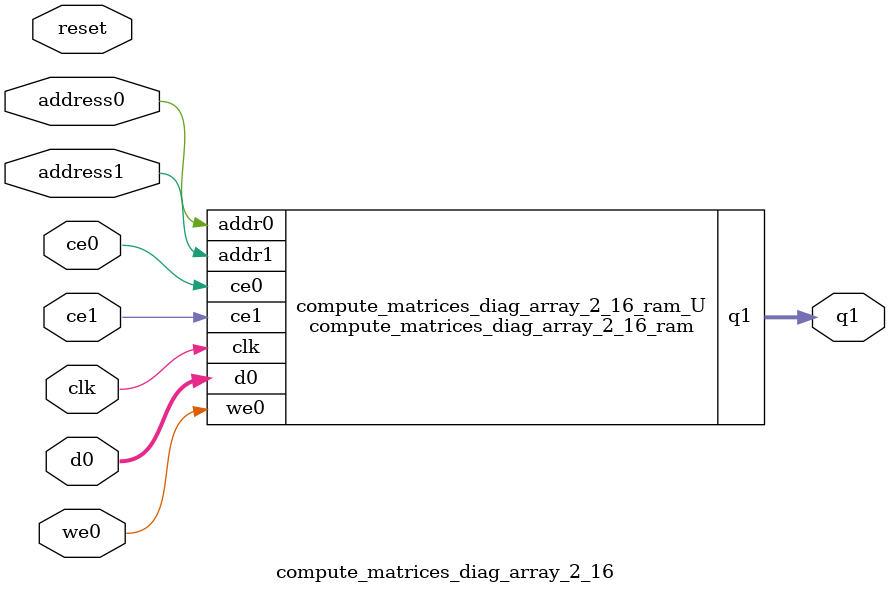
<source format=v>
`timescale 1 ns / 1 ps
module compute_matrices_diag_array_2_16_ram (addr0, ce0, d0, we0, addr1, ce1, q1,  clk);

parameter DWIDTH = 15;
parameter AWIDTH = 1;
parameter MEM_SIZE = 2;

input[AWIDTH-1:0] addr0;
input ce0;
input[DWIDTH-1:0] d0;
input we0;
input[AWIDTH-1:0] addr1;
input ce1;
output reg[DWIDTH-1:0] q1;
input clk;

(* ram_style = "block" *)reg [DWIDTH-1:0] ram[0:MEM_SIZE-1];




always @(posedge clk)  
begin 
    if (ce0) begin
        if (we0) 
            ram[addr0] <= d0; 
    end
end


always @(posedge clk)  
begin 
    if (ce1) begin
        q1 <= ram[addr1];
    end
end


endmodule

`timescale 1 ns / 1 ps
module compute_matrices_diag_array_2_16(
    reset,
    clk,
    address0,
    ce0,
    we0,
    d0,
    address1,
    ce1,
    q1);

parameter DataWidth = 32'd15;
parameter AddressRange = 32'd2;
parameter AddressWidth = 32'd1;
input reset;
input clk;
input[AddressWidth - 1:0] address0;
input ce0;
input we0;
input[DataWidth - 1:0] d0;
input[AddressWidth - 1:0] address1;
input ce1;
output[DataWidth - 1:0] q1;



compute_matrices_diag_array_2_16_ram compute_matrices_diag_array_2_16_ram_U(
    .clk( clk ),
    .addr0( address0 ),
    .ce0( ce0 ),
    .we0( we0 ),
    .d0( d0 ),
    .addr1( address1 ),
    .ce1( ce1 ),
    .q1( q1 ));

endmodule


</source>
